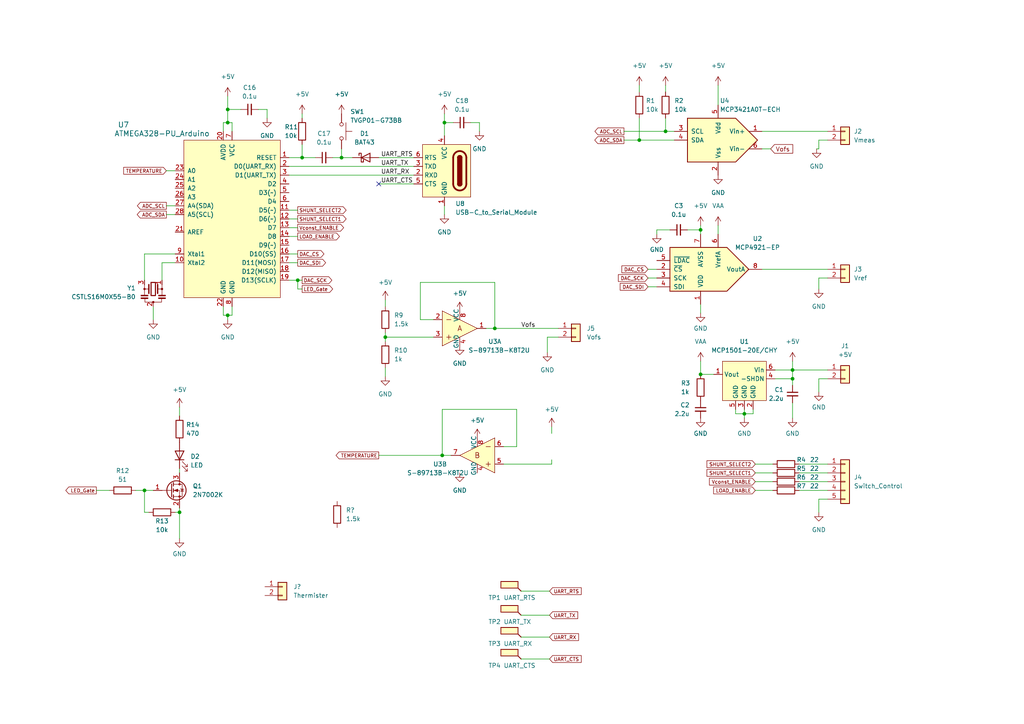
<source format=kicad_sch>
(kicad_sch (version 20250114) (generator "eeschema") (generator_version "9.0")
  (paper "A4")
  (lib_symbols
    (symbol "Akizuki_MicrocontrollerBode:ATMEGA328-PU_Arduino" (pin_names (offset 1.016))
      (property "Reference" "U" (at -12.7 24.13 0))
      (property "Value" "ATMEGA328-PU_Arduino" (at 0 0 90))
      (symbol "ATMEGA328-PU_Arduino_0_1"
        (rectangle (start -15.24 22.86) (end 12.7 -22.86) (fill (type background)))
      )
      (symbol "ATMEGA328-PU_Arduino_1_1"
        (pin bidirectional line (at -17.78 17.78 0) (length 2.54) (name "RESET") (number "1"))
        (pin bidirectional line (at -17.78 15.24 0) (length 2.54) (name "D0(UART_RX)") (number "2"))
        (pin bidirectional line (at -17.78 12.7 0) (length 2.54) (name "D1(UART_TX)") (number "3"))
        (pin bidirectional line (at -17.78 10.16 0) (length 2.54) (name "D2") (number "4"))
        (pin bidirectional line (at -17.78 7.62 0) (length 2.54) (name "D3(~)") (number "5"))
        (pin bidirectional line (at -17.78 5.08 0) (length 2.54) (name "D4") (number "6"))
        (pin bidirectional line (at -17.78 2.54 0) (length 2.54) (name "D5(~)") (number "11"))
        (pin bidirectional line (at -17.78 0 0) (length 2.54) (name "D6(~)") (number "12"))
        (pin bidirectional line (at -17.78 -2.54 0) (length 2.54) (name "D7") (number "13"))
        (pin bidirectional line (at -17.78 -5.08 0) (length 2.54) (name "D8") (number "14"))
        (pin bidirectional line (at -17.78 -7.62 0) (length 2.54) (name "D9(~)") (number "15"))
        (pin bidirectional line (at -17.78 -10.16 0) (length 2.54) (name "D10(SS)") (number "16"))
        (pin bidirectional line (at -17.78 -12.7 0) (length 2.54) (name "D11(MOSI)") (number "17"))
        (pin bidirectional line (at -17.78 -15.24 0) (length 2.54) (name "D12(MISO)") (number "18"))
        (pin bidirectional line (at -17.78 -17.78 0) (length 2.54) (name "D13(SCLK)") (number "19"))
        (pin power_in line (at -1.27 25.4 270) (length 2.54) (name "VCC") (number "7"))
        (pin power_in line (at -1.27 -25.4 90) (length 2.54) (name "GND") (number "8"))
        (pin power_in line (at 1.27 25.4 270) (length 2.54) (name "AVDD") (number "20"))
        (pin power_in line (at 1.27 -25.4 90) (length 2.54) (name "GND") (number "22"))
        (pin bidirectional line (at 15.24 13.97 180) (length 2.54) (name "A0") (number "23"))
        (pin bidirectional line (at 15.24 11.43 180) (length 2.54) (name "A1") (number "24"))
        (pin bidirectional line (at 15.24 8.89 180) (length 2.54) (name "A2") (number "25"))
        (pin bidirectional line (at 15.24 6.35 180) (length 2.54) (name "A3") (number "26"))
        (pin bidirectional line (at 15.24 3.81 180) (length 2.54) (name "A4(SDA)") (number "27"))
        (pin bidirectional line (at 15.24 1.27 180) (length 2.54) (name "A5(SCL)") (number "28"))
        (pin input line (at 15.24 -3.81 180) (length 2.54) (name "AREF") (number "21"))
        (pin bidirectional line (at 15.24 -10.16 180) (length 2.54) (name "Xtal1") (number "9"))
        (pin bidirectional line (at 15.24 -12.7 180) (length 2.54) (name "Xtal2") (number "10"))
      )
    )
    (symbol "Akizuki_Modules:USB-C_to_Serial_Module"
      (property "Reference" "U8" (at 1.905 -9.525 0))
      (property "Value" "USB-C_to_Serial_Module" (at 1.905 -12.065 0))
      (symbol "USB-C_to_Serial_Module_0_0"
        (pin bidirectional line (at -10.16 3.81 0) (length 2.54) (name "RTS") (number "6"))
        (pin output line (at -10.16 1.27 0) (length 2.54) (name "TXD") (number "3"))
        (pin input line (at -10.16 -1.27 0) (length 2.54) (name "RXD") (number "2"))
        (pin bidirectional line (at -10.16 -3.81 0) (length 2.54) (name "CTS") (number "5"))
        (pin power_in line (at -1.27 10.16 270) (length 2.54) (name "VCC") (number "4"))
        (pin power_out line (at -1.27 -10.16 90) (length 2.54) (name "GND") (number "1"))
      )
      (symbol "USB-C_to_Serial_Module_0_1"
        (rectangle (start -7.62 7.62) (end 6.35 -7.62) (fill (type background)))
        (polyline (pts (xy 1.27 3.81) (xy 1.27 -3.81)) (stroke (width 0.508)))
        (rectangle (start 2.54 3.81) (end 3.81 -3.81) (stroke (width 0.254)) (fill (type outline)))
        (arc (start 2.54 3.81) (mid 3.175 4.4422) (end 3.81 3.81) (stroke (width 0.254)))
        (arc (start 2.54 3.81) (mid 3.175 4.4422) (end 3.81 3.81) (stroke (width 0.254)) (fill (type outline)))
        (arc (start 1.27 3.81) (mid 3.175 5.7066) (end 5.08 3.81) (stroke (width 0.508)))
        (arc (start 5.08 -3.81) (mid 3.175 -5.7066) (end 1.27 -3.81) (stroke (width 0.508)))
        (arc (start 3.81 -3.81) (mid 3.175 -4.4422) (end 2.54 -3.81) (stroke (width 0.254)))
        (arc (start 3.81 -3.81) (mid 3.175 -4.4422) (end 2.54 -3.81) (stroke (width 0.254)) (fill (type outline)))
        (polyline (pts (xy 5.08 -3.81) (xy 5.08 3.81)) (stroke (width 0.508)))
      )
      (symbol "USB-C_to_Serial_Module_1_1"
        (pin no_connect line (at 3.81 10.16 270) (length 2.54) (hide yes) (name "NC") (number "9"))
        (pin no_connect line (at 3.81 -10.16 90) (length 2.54) (hide yes) (name "NC") (number "8"))
        (pin no_connect line (at 5.08 10.16 270) (length 2.54) (hide yes) (name "NC") (number "10"))
        (pin no_connect line (at 5.08 -10.16 90) (length 2.54) (hide yes) (name "NC") (number "7"))
      )
    )
    (symbol "Akizuki_PowerIC_Linear:Shunt_ConstV_6p"
      (property "Reference" "U" (at 0 8.89 0))
      (property "Value" "Shunt_ConstV_6p" (at 0 6.35 0))
      (symbol "Shunt_ConstV_6p_0_1"
        (rectangle (start -6.35 5.08) (end 6.35 -6.35) (fill (type background)))
      )
      (symbol "Shunt_ConstV_6p_1_1"
        (pin power_in line (at -8.89 2.54 0) (length 2.54) (name "Vin") (number "6"))
        (pin passive line (at -8.89 0 0) (length 2.54) (name "-SHDN") (number "4"))
        (pin power_in line (at -2.54 -8.89 90) (length 2.54) (name "GND") (number "2"))
        (pin power_in line (at 0 -8.89 90) (length 2.54) (name "GND") (number "3"))
        (pin power_in line (at 2.54 -8.89 90) (length 2.54) (name "GND") (number "5"))
        (pin power_out line (at 8.89 1.27 180) (length 2.54) (name "Vout") (number "1"))
      )
    )
    (symbol "Analog_ADC:MCP3421A0T-ECH" (pin_names (offset 1.016))
      (property "Reference" "U" (at -10.16 7.62 0))
      (property "Value" "MCP3421A0T-ECH" (at 2.54 7.62 0))
      (symbol "MCP3421A0T-ECH_0_1"
        (polyline (pts (xy -5.08 6.35) (xy 8.89 6.35) (xy 8.89 0) (xy 8.89 -6.35) (xy -5.08 -6.35) (xy -11.43 0) (xy -5.08 6.35)) (stroke (width 0.254)) (fill (type background)))
      )
      (symbol "MCP3421A0T-ECH_1_1"
        (pin passive line (at -12.7 2.54 0) (length 3.81) (name "Vin+") (number "1"))
        (pin passive line (at -12.7 -2.54 0) (length 3.81) (name "Vin-") (number "6"))
        (pin power_in line (at 0 10.16 270) (length 3.81) (name "Vdd") (number "5"))
        (pin power_in line (at 0 -10.16 90) (length 3.81) (name "Vss") (number "2"))
        (pin input line (at 12.7 2.54 180) (length 3.81) (name "SCL") (number "3"))
        (pin bidirectional line (at 12.7 0 180) (length 3.81) (name "SDA") (number "4"))
      )
    )
    (symbol "Analog_DAC:MCP4921-EP" (pin_names (offset 1.016))
      (property "Reference" "U" (at -11.43 7.62 0))
      (property "Value" "MCP4921-EP" (at 0 7.62 0))
      (symbol "MCP4921-EP_0_1"
        (polyline (pts (xy -11.43 6.35) (xy 5.08 6.35) (xy 11.43 0) (xy 5.08 -6.35) (xy -11.43 -6.35) (xy -11.43 6.35)) (stroke (width 0.254)) (fill (type background)))
      )
      (symbol "MCP4921-EP_1_1"
        (pin input line (at -15.24 5.08 0) (length 3.81) (name "SDI") (number "4"))
        (pin input line (at -15.24 2.54 0) (length 3.81) (name "SCK") (number "3"))
        (pin input line (at -15.24 0 0) (length 3.81) (name "~{CS}") (number "2"))
        (pin input line (at -15.24 -2.54 0) (length 3.81) (name "~{LDAC}") (number "5"))
        (pin power_in line (at -2.54 10.16 270) (length 3.81) (name "VDD") (number "1"))
        (pin power_in line (at -2.54 -10.16 90) (length 3.81) (name "AVSS") (number "7"))
        (pin passive line (at 2.54 -10.16 90) (length 3.81) (name "VrefA") (number "6"))
        (pin passive line (at 15.24 0 180) (length 3.81) (name "VoutA") (number "8"))
      )
    )
    (symbol "Connector:TestPoint_Flag" (pin_numbers (hide yes)) (pin_names (offset 0.762) (hide yes))
      (property "Reference" "TP" (at 3.429 1.778 0))
      (property "Value" "TestPoint_Flag" (at 3.302 4.191 0))
      (symbol "TestPoint_Flag_0_1"
        (polyline (pts (xy 0 0) (xy 0.889 0.889)) (stroke (width 0.254)))
        (rectangle (start 0.889 2.794) (end 5.842 0.889) (stroke (width 0.254)) (fill (type background)))
      )
      (symbol "TestPoint_Flag_1_1"
        (pin passive line (at 0 0 90) (length 0) (name "1") (number "1"))
      )
    )
    (symbol "Connector_Generic:Conn_01x02" (pin_names (offset 1.016) (hide yes))
      (property "Reference" "J" (at 0 2.54 0))
      (property "Value" "Conn_01x02" (at 0 -5.08 0))
      (symbol "Conn_01x02_1_1"
        (rectangle (start -1.27 1.27) (end 1.27 -3.81) (stroke (width 0.254)) (fill (type background)))
        (rectangle (start -1.27 0.127) (end 0 -0.127) (stroke (width 0.1524)))
        (rectangle (start -1.27 -2.413) (end 0 -2.667) (stroke (width 0.1524)))
        (pin passive line (at -5.08 0 0) (length 3.81) (name "Pin_1") (number "1"))
        (pin passive line (at -5.08 -2.54 0) (length 3.81) (name "Pin_2") (number "2"))
      )
    )
    (symbol "Connector_Generic:Conn_01x05" (pin_names (offset 1.016) (hide yes))
      (property "Reference" "J" (at 0 7.62 0))
      (property "Value" "Conn_01x05" (at 0 -7.62 0))
      (symbol "Conn_01x05_1_1"
        (rectangle (start -1.27 6.35) (end 1.27 -6.35) (stroke (width 0.254)) (fill (type background)))
        (rectangle (start -1.27 5.207) (end 0 4.953) (stroke (width 0.1524)))
        (rectangle (start -1.27 2.667) (end 0 2.413) (stroke (width 0.1524)))
        (rectangle (start -1.27 0.127) (end 0 -0.127) (stroke (width 0.1524)))
        (rectangle (start -1.27 -2.413) (end 0 -2.667) (stroke (width 0.1524)))
        (rectangle (start -1.27 -4.953) (end 0 -5.207) (stroke (width 0.1524)))
        (pin passive line (at -5.08 5.08 0) (length 3.81) (name "Pin_1") (number "1"))
        (pin passive line (at -5.08 2.54 0) (length 3.81) (name "Pin_2") (number "2"))
        (pin passive line (at -5.08 0 0) (length 3.81) (name "Pin_3") (number "3"))
        (pin passive line (at -5.08 -2.54 0) (length 3.81) (name "Pin_4") (number "4"))
        (pin passive line (at -5.08 -5.08 0) (length 3.81) (name "Pin_5") (number "5"))
      )
    )
    (symbol "Device:C_Small" (pin_numbers (hide yes)) (pin_names (offset 0.254) (hide yes))
      (property "Reference" "C" (at 0.254 1.778 0))
      (property "Value" "C_Small" (at 0.254 -2.032 0))
      (symbol "C_Small_0_1"
        (polyline (pts (xy -1.524 0.508) (xy 1.524 0.508)) (stroke (width 0.3048)))
        (polyline (pts (xy -1.524 -0.508) (xy 1.524 -0.508)) (stroke (width 0.3302)))
      )
      (symbol "C_Small_1_1"
        (pin passive line (at 0 2.54 270) (length 2.032) (name "~") (number "1"))
        (pin passive line (at 0 -2.54 90) (length 2.032) (name "~") (number "2"))
      )
    )
    (symbol "Device:D_Schottky" (pin_numbers (hide yes)) (pin_names (offset 1.016) (hide yes))
      (property "Reference" "D" (at 0 2.54 0))
      (property "Value" "D_Schottky" (at 0 -2.54 0))
      (symbol "D_Schottky_0_1"
        (polyline (pts (xy -1.905 0.635) (xy -1.905 1.27) (xy -1.27 1.27) (xy -1.27 -1.27) (xy -0.635 -1.27) (xy -0.635 -0.635)) (stroke (width 0.254)))
        (polyline (pts (xy 1.27 1.27) (xy 1.27 -1.27) (xy -1.27 0) (xy 1.27 1.27)) (stroke (width 0.254)))
        (polyline (pts (xy 1.27 0) (xy -1.27 0)))
      )
      (symbol "D_Schottky_1_1"
        (pin passive line (at -3.81 0 0) (length 2.54) (name "K") (number "1"))
        (pin passive line (at 3.81 0 180) (length 2.54) (name "A") (number "2"))
      )
    )
    (symbol "Device:LED" (pin_numbers (hide yes)) (pin_names (offset 1.016) (hide yes))
      (property "Reference" "D" (at 0 2.54 0))
      (property "Value" "LED" (at 0 -2.54 0))
      (symbol "LED_0_1"
        (polyline (pts (xy -3.048 -0.762) (xy -4.572 -2.286) (xy -3.81 -2.286) (xy -4.572 -2.286) (xy -4.572 -1.524)))
        (polyline (pts (xy -1.778 -0.762) (xy -3.302 -2.286) (xy -2.54 -2.286) (xy -3.302 -2.286) (xy -3.302 -1.524)))
        (polyline (pts (xy -1.27 0) (xy 1.27 0)))
        (polyline (pts (xy -1.27 -1.27) (xy -1.27 1.27)) (stroke (width 0.254)))
        (polyline (pts (xy 1.27 -1.27) (xy 1.27 1.27) (xy -1.27 0) (xy 1.27 -1.27)) (stroke (width 0.254)))
      )
      (symbol "LED_1_1"
        (pin passive line (at -3.81 0 0) (length 2.54) (name "K") (number "1"))
        (pin passive line (at 3.81 0 180) (length 2.54) (name "A") (number "2"))
      )
    )
    (symbol "Device:R" (pin_numbers (hide yes)) (pin_names (offset 0))
      (property "Reference" "R" (at 2.032 0 90))
      (property "Value" "R" (at 0 0 90))
      (symbol "R_0_1"
        (rectangle (start -1.016 -2.54) (end 1.016 2.54) (stroke (width 0.254)))
      )
      (symbol "R_1_1"
        (pin passive line (at 0 3.81 270) (length 1.27) (name "~") (number "1"))
        (pin passive line (at 0 -3.81 90) (length 1.27) (name "~") (number "2"))
      )
    )
    (symbol "Device:Resonator_Small" (pin_names (offset 1.016) (hide yes))
      (property "Reference" "Y" (at 3.175 1.905 0))
      (property "Value" "Resonator_Small" (at 3.175 0 0))
      (symbol "Resonator_Small_0_1"
        (rectangle (start -3.556 -1.778) (end -1.524 -2.032) (fill (type outline)))
        (rectangle (start -3.556 -2.54) (end -1.524 -2.794) (fill (type outline)))
        (polyline (pts (xy -2.54 1.27) (xy -2.54 0)))
        (circle (center -2.54 0) (radius 0.254) (fill (type outline)))
        (polyline (pts (xy -2.54 0) (xy -1.397 0)))
        (polyline (pts (xy -2.54 -1.778) (xy -2.54 0)))
        (polyline (pts (xy -1.27 -1.27) (xy -1.27 1.27)) (stroke (width 0.381)))
        (rectangle (start -0.635 1.905) (end 0.635 -1.905) (stroke (width 0.3048)))
        (circle (center 0 -3.81) (radius 0.254) (fill (type outline)))
        (polyline (pts (xy 1.27 0) (xy 2.54 0)))
        (polyline (pts (xy 1.27 -1.27) (xy 1.27 1.27)) (stroke (width 0.381)))
        (rectangle (start 1.524 -1.778) (end 3.556 -2.032) (fill (type outline)))
        (rectangle (start 1.524 -2.54) (end 3.556 -2.794) (fill (type outline)))
        (polyline (pts (xy 2.413 -2.794) (xy 2.413 -3.81) (xy -2.413 -3.81) (xy -2.413 -2.667)))
        (polyline (pts (xy 2.54 1.27) (xy 2.54 0)))
        (polyline (pts (xy 2.54 0) (xy 2.54 -1.778)))
        (circle (center 2.54 0) (radius 0.254) (fill (type outline)))
      )
      (symbol "Resonator_Small_1_1"
        (pin passive line (at -2.54 2.54 270) (length 1.27) (name "1") (number "1"))
        (pin passive line (at 0 -5.08 90) (length 1.27) (name "2") (number "2"))
        (pin passive line (at 2.54 2.54 270) (length 1.27) (name "3") (number "3"))
      )
    )
    (symbol "Switch:SW_Push" (pin_numbers (hide yes)) (pin_names (offset 1.016) (hide yes))
      (property "Reference" "SW" (at 1.27 2.54 0))
      (property "Value" "SW_Push" (at 0 -1.524 0))
      (symbol "SW_Push_0_1"
        (circle (center -2.032 0) (radius 0.508))
        (polyline (pts (xy 0 1.27) (xy 0 3.048)))
        (circle (center 2.032 0) (radius 0.508))
        (polyline (pts (xy 2.54 1.27) (xy -2.54 1.27)))
        (pin passive line (at -5.08 0 0) (length 2.54) (name "1") (number "1"))
        (pin passive line (at 5.08 0 180) (length 2.54) (name "2") (number "2"))
      )
    )
    (symbol "Transistor_FET:2N7002K" (pin_names (hide yes))
      (property "Reference" "Q" (at 5.08 1.905 0))
      (property "Value" "2N7002K" (at 5.08 0 0))
      (symbol "2N7002K_0_1"
        (polyline (pts (xy 0.254 1.905) (xy 0.254 -1.905)) (stroke (width 0.254)))
        (polyline (pts (xy 0.254 0) (xy -2.54 0)))
        (polyline (pts (xy 0.762 2.286) (xy 0.762 1.27)) (stroke (width 0.254)))
        (polyline (pts (xy 0.762 0.508) (xy 0.762 -0.508)) (stroke (width 0.254)))
        (polyline (pts (xy 0.762 -1.27) (xy 0.762 -2.286)) (stroke (width 0.254)))
        (polyline (pts (xy 0.762 -1.778) (xy 3.302 -1.778) (xy 3.302 1.778) (xy 0.762 1.778)))
        (polyline (pts (xy 1.016 0) (xy 2.032 0.381) (xy 2.032 -0.381) (xy 1.016 0)) (fill (type outline)))
        (circle (center 1.651 0) (radius 2.794) (stroke (width 0.254)))
        (polyline (pts (xy 2.54 2.54) (xy 2.54 1.778)))
        (circle (center 2.54 1.778) (radius 0.254) (fill (type outline)))
        (circle (center 2.54 -1.778) (radius 0.254) (fill (type outline)))
        (polyline (pts (xy 2.54 -2.54) (xy 2.54 0) (xy 0.762 0)))
        (polyline (pts (xy 2.794 0.508) (xy 2.921 0.381) (xy 3.683 0.381) (xy 3.81 0.254)))
        (polyline (pts (xy 3.302 0.381) (xy 2.921 -0.254) (xy 3.683 -0.254) (xy 3.302 0.381)))
      )
      (symbol "2N7002K_1_1"
        (pin input line (at -5.08 0 0) (length 2.54) (name "G") (number "1"))
        (pin passive line (at 2.54 5.08 270) (length 2.54) (name "D") (number "3"))
        (pin passive line (at 2.54 -5.08 90) (length 2.54) (name "S") (number "2"))
      )
    )
    (symbol "dk_Linear-Amplifiers-Instrumentation-OP-Amps-Buffer-Amps:LM358N_Obsolete" (pin_names (offset 0))
      (property "Reference" "U" (at -7.62 7.62 0))
      (property "Value" "LM358N_Obsolete" (at 2.54 -5.08 0))
      (symbol "LM358N_Obsolete_0_1"
        (polyline (pts (xy -3.81 2.54) (xy -2.54 2.54)))
        (polyline (pts (xy -3.81 -2.54) (xy -2.54 -2.54)))
        (polyline (pts (xy -3.175 -1.905) (xy -3.175 -3.175)))
        (polyline (pts (xy 5.08 0) (xy -5.08 5.08) (xy -5.08 -5.08) (xy 5.08 0)) (fill (type background)))
      )
      (symbol "LM358N_Obsolete_1_0"
        (text "A" (at 0 0 0) (effects (font (size 1.524 1.524))))
      )
      (symbol "LM358N_Obsolete_1_1"
        (pin input line (at -7.62 2.54 0) (length 2.54) (name "~") (number "2"))
        (pin input line (at -7.62 -2.54 0) (length 2.54) (name "~") (number "3"))
        (pin power_in line (at 0 5.08 270) (length 2.54) (name "VCC") (number "8"))
        (pin power_in line (at 0 -5.08 90) (length 2.54) (name "GND") (number "4"))
        (pin output line (at 7.62 0 180) (length 2.54) (name "~") (number "1"))
      )
      (symbol "LM358N_Obsolete_2_0"
        (text "B" (at 0 0 0) (effects (font (size 1.524 1.524))))
      )
      (symbol "LM358N_Obsolete_2_1"
        (pin input line (at -7.62 2.54 0) (length 2.54) (name "~") (number "6"))
        (pin input line (at -7.62 -2.54 0) (length 2.54) (name "~") (number "5"))
        (pin power_in line (at 0 5.08 270) (length 2.54) (name "VCC") (number "8"))
        (pin power_in line (at 0 -5.08 90) (length 2.54) (name "GND") (number "4"))
        (pin output line (at 7.62 0 180) (length 2.54) (name "~") (number "7"))
      )
    )
    (symbol "power:+5V" (power) (pin_names (offset 0))
      (property "Value" "+5V" (at 0 3.556 0))
      (symbol "+5V_0_1"
        (polyline (pts (xy -0.762 1.27) (xy 0 2.54)))
        (polyline (pts (xy 0 2.54) (xy 0.762 1.27)))
        (polyline (pts (xy 0 0) (xy 0 2.54)))
      )
      (symbol "+5V_1_1"
        (pin power_in line (at 0 0 90) (length 0) (hide yes) (name "+5V") (number "1"))
      )
    )
    (symbol "power:GND" (power) (pin_names (offset 0))
      (property "Value" "GND" (at 0 -3.81 0))
      (symbol "GND_0_1"
        (polyline (pts (xy 0 0) (xy 0 -1.27) (xy 1.27 -1.27) (xy 0 -2.54) (xy -1.27 -1.27) (xy 0 -1.27)))
      )
      (symbol "GND_1_1"
        (pin power_in line (at 0 0 270) (length 0) (hide yes) (name "GND") (number "1"))
      )
    )
    (symbol "power:VAA" (power) (pin_names (offset 0))
      (property "Value" "VAA" (at 0 3.81 0))
      (symbol "VAA_0_1"
        (polyline (pts (xy -0.762 1.27) (xy 0 2.54)))
        (polyline (pts (xy 0 2.54) (xy 0.762 1.27)))
        (polyline (pts (xy 0 0) (xy 0 2.54)))
      )
      (symbol "VAA_1_1"
        (pin power_in line (at 0 0 90) (length 0) (hide yes) (name "VAA") (number "1"))
      )
    )
  )
  (junction (at 99.06 45.72))
  (junction (at 229.87 109.855))
  (junction (at 229.87 107.315))
  (junction (at 66.04 35.56))
  (junction (at 185.42 40.64))
  (junction (at 128.27 132.08))
  (junction (at 87.63 45.72))
  (junction (at 203.2 108.585))
  (junction (at 143.51 95.25))
  (junction (at 86.36 81.28))
  (junction (at 111.76 97.79))
  (junction (at 128.905 35.56))
  (junction (at 66.04 31.75))
  (junction (at 215.9 120.015))
  (junction (at 52.07 148.59))
  (junction (at 193.04 38.1))
  (junction (at 41.91 142.24))
  (junction (at 203.2 66.675))
  (junction (at 66.04 91.44))
  (no_connect (at 109.855 53.34))
  (wire (pts (xy 125.73 97.79) (xy 111.76 97.79)))
  (wire (pts (xy 240.03 107.315) (xy 229.87 107.315)))
  (wire (pts (xy 41.91 142.24) (xy 41.91 148.59)))
  (wire (pts (xy 139.065 35.56) (xy 139.065 38.1)))
  (wire (pts (xy 86.36 73.66) (xy 83.82 73.66)))
  (wire (pts (xy 44.45 88.9) (xy 44.45 92.71)))
  (wire (pts (xy 39.37 142.24) (xy 41.91 142.24)))
  (wire (pts (xy 66.04 31.75) (xy 66.04 35.56)))
  (wire (pts (xy 64.77 35.56) (xy 64.77 38.1)))
  (wire (pts (xy 158.75 97.79) (xy 158.75 102.235)))
  (wire (pts (xy 143.51 95.25) (xy 140.97 95.25)))
  (wire (pts (xy 83.82 45.72) (xy 87.63 45.72)))
  (wire (pts (xy 215.9 118.745) (xy 215.9 120.015)))
  (wire (pts (xy 83.82 48.26) (xy 120.015 48.26)))
  (wire (pts (xy 46.99 81.28) (xy 46.99 76.2)))
  (wire (pts (xy 50.8 148.59) (xy 52.07 148.59)))
  (wire (pts (xy 48.26 62.23) (xy 50.8 62.23)))
  (wire (pts (xy 213.36 120.015) (xy 213.36 118.745)))
  (wire (pts (xy 128.905 35.56) (xy 131.445 35.56)))
  (wire (pts (xy 64.77 88.9) (xy 64.77 91.44)))
  (wire (pts (xy 185.42 34.29) (xy 185.42 40.64)))
  (wire (pts (xy 83.82 60.96) (xy 86.36 60.96)))
  (wire (pts (xy 187.96 80.645) (xy 190.5 80.645)))
  (wire (pts (xy 220.98 78.105) (xy 240.03 78.105)))
  (wire (pts (xy 52.07 147.32) (xy 52.07 148.59)))
  (wire (pts (xy 66.04 31.75) (xy 69.85 31.75)))
  (wire (pts (xy 83.82 66.04) (xy 86.36 66.04)))
  (wire (pts (xy 86.36 81.28) (xy 86.36 83.82)))
  (wire (pts (xy 48.26 49.53) (xy 50.8 49.53)))
  (wire (pts (xy 160.02 123.825) (xy 160.02 125.73)))
  (wire (pts (xy 96.52 45.72) (xy 99.06 45.72)))
  (wire (pts (xy 125.73 92.71) (xy 121.92 92.71)))
  (wire (pts (xy 111.76 97.79) (xy 111.76 99.06)))
  (wire (pts (xy 160.02 134.62) (xy 146.05 134.62)))
  (wire (pts (xy 41.91 73.66) (xy 41.91 81.28)))
  (wire (pts (xy 203.2 104.775) (xy 203.2 108.585)))
  (wire (pts (xy 193.04 24.765) (xy 193.04 26.67)))
  (wire (pts (xy 180.975 38.1) (xy 193.04 38.1)))
  (wire (pts (xy 109.855 45.72) (xy 120.015 45.72)))
  (wire (pts (xy 41.91 142.24) (xy 44.45 142.24)))
  (wire (pts (xy 43.18 148.59) (xy 41.91 148.59)))
  (wire (pts (xy 111.76 106.68) (xy 111.76 109.22)))
  (wire (pts (xy 185.42 40.64) (xy 195.58 40.64)))
  (wire (pts (xy 67.31 91.44) (xy 66.04 91.44)))
  (wire (pts (xy 121.92 81.915) (xy 143.51 81.915)))
  (wire (pts (xy 220.98 43.18) (xy 223.52 43.18)))
  (wire (pts (xy 199.39 66.675) (xy 203.2 66.675)))
  (wire (pts (xy 203.2 88.265) (xy 203.2 90.805)))
  (wire (pts (xy 121.92 92.71) (xy 121.92 81.915)))
  (wire (pts (xy 128.905 33.02) (xy 128.905 35.56)))
  (wire (pts (xy 143.51 81.915) (xy 143.51 95.25)))
  (wire (pts (xy 87.63 45.72) (xy 91.44 45.72)))
  (wire (pts (xy 128.905 59.69) (xy 128.905 62.23)))
  (wire (pts (xy 237.49 43.18) (xy 236.855 43.18)))
  (wire (pts (xy 52.07 118.11) (xy 52.07 120.65)))
  (wire (pts (xy 149.86 118.745) (xy 128.27 118.745)))
  (wire (pts (xy 146.05 129.54) (xy 149.86 129.54)))
  (wire (pts (xy 66.04 35.56) (xy 67.31 35.56)))
  (wire (pts (xy 185.42 24.765) (xy 185.42 26.67)))
  (wire (pts (xy 136.525 35.56) (xy 139.065 35.56)))
  (wire (pts (xy 128.27 132.08) (xy 130.81 132.08)))
  (wire (pts (xy 87.63 41.91) (xy 87.63 45.72)))
  (wire (pts (xy 194.31 66.675) (xy 190.5 66.675)))
  (wire (pts (xy 87.63 81.28) (xy 86.36 81.28)))
  (wire (pts (xy 151.13 178.435) (xy 159.385 178.435)))
  (wire (pts (xy 218.44 118.745) (xy 218.44 120.015)))
  (wire (pts (xy 151.13 184.785) (xy 159.385 184.785)))
  (wire (pts (xy 99.06 43.18) (xy 99.06 45.72)))
  (wire (pts (xy 193.04 34.29) (xy 193.04 38.1)))
  (wire (pts (xy 52.07 148.59) (xy 52.07 156.21)))
  (wire (pts (xy 66.04 27.94) (xy 66.04 31.75)))
  (wire (pts (xy 83.82 68.58) (xy 86.36 68.58)))
  (wire (pts (xy 27.94 142.24) (xy 31.75 142.24)))
  (wire (pts (xy 240.03 134.62) (xy 231.775 134.62)))
  (wire (pts (xy 224.155 134.62) (xy 219.075 134.62)))
  (wire (pts (xy 229.87 104.775) (xy 229.87 107.315)))
  (wire (pts (xy 128.27 118.745) (xy 128.27 132.08)))
  (wire (pts (xy 52.07 135.89) (xy 52.07 137.16)))
  (wire (pts (xy 224.155 142.24) (xy 219.075 142.24)))
  (wire (pts (xy 240.03 40.64) (xy 237.49 40.64)))
  (wire (pts (xy 220.98 38.1) (xy 240.03 38.1)))
  (wire (pts (xy 66.04 91.44) (xy 66.04 92.71)))
  (wire (pts (xy 87.63 33.02) (xy 87.63 34.29)))
  (wire (pts (xy 66.04 35.56) (xy 64.77 35.56)))
  (wire (pts (xy 180.975 40.64) (xy 185.42 40.64)))
  (wire (pts (xy 149.86 129.54) (xy 149.86 118.745)))
  (wire (pts (xy 237.49 144.78) (xy 237.49 148.59)))
  (wire (pts (xy 224.155 137.16) (xy 219.075 137.16)))
  (wire (pts (xy 193.04 38.1) (xy 195.58 38.1)))
  (wire (pts (xy 83.82 81.28) (xy 86.36 81.28)))
  (wire (pts (xy 74.93 31.75) (xy 77.47 31.75)))
  (wire (pts (xy 203.2 65.405) (xy 203.2 66.675)))
  (wire (pts (xy 86.36 76.2) (xy 83.82 76.2)))
  (wire (pts (xy 187.96 78.105) (xy 190.5 78.105)))
  (wire (pts (xy 224.155 139.7) (xy 219.075 139.7)))
  (wire (pts (xy 50.8 73.66) (xy 41.91 73.66)))
  (wire (pts (xy 208.28 65.405) (xy 208.28 67.945)))
  (wire (pts (xy 215.9 120.015) (xy 213.36 120.015)))
  (wire (pts (xy 161.925 97.79) (xy 158.75 97.79)))
  (wire (pts (xy 111.76 86.995) (xy 111.76 88.9)))
  (wire (pts (xy 208.28 24.765) (xy 208.28 30.48)))
  (wire (pts (xy 207.01 108.585) (xy 203.2 108.585)))
  (wire (pts (xy 109.855 53.34) (xy 120.015 53.34)))
  (wire (pts (xy 83.82 63.5) (xy 86.36 63.5)))
  (wire (pts (xy 240.03 144.78) (xy 237.49 144.78)))
  (wire (pts (xy 143.51 95.25) (xy 161.925 95.25)))
  (wire (pts (xy 67.31 88.9) (xy 67.31 91.44)))
  (wire (pts (xy 77.47 31.75) (xy 77.47 34.29)))
  (wire (pts (xy 151.13 171.45) (xy 159.385 171.45)))
  (wire (pts (xy 160.02 133.35) (xy 160.02 134.62)))
  (wire (pts (xy 237.49 80.645) (xy 237.49 83.82)))
  (wire (pts (xy 237.49 40.64) (xy 237.49 43.18)))
  (wire (pts (xy 111.76 97.79) (xy 111.76 96.52)))
  (wire (pts (xy 151.13 191.135) (xy 159.385 191.135)))
  (wire (pts (xy 128.27 132.08) (xy 109.855 132.08)))
  (wire (pts (xy 187.96 83.185) (xy 190.5 83.185)))
  (wire (pts (xy 229.87 116.84) (xy 229.87 121.285)))
  (wire (pts (xy 67.31 35.56) (xy 67.31 38.1)))
  (wire (pts (xy 48.26 59.69) (xy 50.8 59.69)))
  (wire (pts (xy 190.5 66.675) (xy 190.5 67.945)))
  (wire (pts (xy 240.03 80.645) (xy 237.49 80.645)))
  (wire (pts (xy 229.87 107.315) (xy 224.79 107.315)))
  (wire (pts (xy 83.82 50.8) (xy 120.015 50.8)))
  (wire (pts (xy 237.49 109.855) (xy 237.49 113.665)))
  (wire (pts (xy 99.06 45.72) (xy 102.235 45.72)))
  (wire (pts (xy 240.03 109.855) (xy 237.49 109.855)))
  (wire (pts (xy 64.77 91.44) (xy 66.04 91.44)))
  (wire (pts (xy 240.03 137.16) (xy 231.775 137.16)))
  (wire (pts (xy 240.03 142.24) (xy 231.775 142.24)))
  (wire (pts (xy 86.36 83.82) (xy 87.63 83.82)))
  (wire (pts (xy 229.87 109.855) (xy 224.79 109.855)))
  (wire (pts (xy 229.87 109.855) (xy 229.87 107.315)))
  (wire (pts (xy 128.905 35.56) (xy 128.905 39.37)))
  (wire (pts (xy 46.99 76.2) (xy 50.8 76.2)))
  (wire (pts (xy 229.87 109.855) (xy 229.87 111.76)))
  (wire (pts (xy 203.2 66.675) (xy 203.2 67.945)))
  (wire (pts (xy 215.9 120.015) (xy 215.9 121.285)))
  (wire (pts (xy 240.03 139.7) (xy 231.775 139.7)))
  (wire (pts (xy 218.44 120.015) (xy 215.9 120.015)))
  (label "UART_CTS" (at 110.49 53.34 0))
  (label "UART_TX" (at 110.49 48.26 0))
  (label "UART_RX" (at 110.49 50.8 0))
  (label "UART_RTS" (at 110.49 45.72 0))
  (label "Vofs" (at 151.13 95.25 0))
  (global_label "DAC_SCK" (shape input) (at 187.96 80.645 180) (effects (font (size 1.016 1.016))) (property "Intersheetrefs" "${INTERSHEET_REFS}" (effects (hide yes))))
  (global_label "Vofs" (shape input) (at 223.52 43.18 0) (property "Intersheetrefs" "${INTERSHEET_REFS}" (effects (hide yes))))
  (global_label "TEMPERATURE" (shape input) (at 48.26 49.53 180) (effects (font (size 1.016 1.016))) (property "Intersheetrefs" "${INTERSHEET_REFS}" (effects (hide yes))))
  (global_label "DAC_SDI" (shape input) (at 187.96 83.185 180) (effects (font (size 1.016 1.016))) (property "Intersheetrefs" "${INTERSHEET_REFS}" (effects (hide yes))))
  (global_label "DAC_SCK" (shape output) (at 87.63 81.28 0) (effects (font (size 1.016 1.016))) (property "Intersheetrefs" "${INTERSHEET_REFS}" (effects (hide yes))))
  (global_label "Vconst_ENABLE" (shape output) (at 86.36 66.04 0) (effects (font (size 1.016 1.016))) (property "Intersheetrefs" "${INTERSHEET_REFS}" (effects (hide yes))))
  (global_label "SHUNT_SELECT1" (shape output) (at 86.36 63.5 0) (effects (font (size 1.016 1.016))) (property "Intersheetrefs" "${INTERSHEET_REFS}" (effects (hide yes))))
  (global_label "LOAD_ENABLE" (shape input) (at 219.075 142.24 180) (effects (font (size 1.016 1.016))) (property "Intersheetrefs" "${INTERSHEET_REFS}" (effects (hide yes))))
  (global_label "UART_RTS" (shape input) (at 159.385 171.45 0) (effects (font (size 1.016 1.016))) (property "Intersheetrefs" "${INTERSHEET_REFS}" (effects (hide yes))))
  (global_label "ADC_SCL" (shape output) (at 180.975 38.1 180) (effects (font (size 1.016 1.016))) (property "Intersheetrefs" "${INTERSHEET_REFS}" (effects (hide yes))))
  (global_label "ADC_SDA" (shape output) (at 48.26 62.23 180) (effects (font (size 1.016 1.016))) (property "Intersheetrefs" "${INTERSHEET_REFS}" (effects (hide yes))))
  (global_label "TEMPERATURE" (shape output) (at 109.855 132.08 180) (effects (font (size 1.016 1.016))) (property "Intersheetrefs" "${INTERSHEET_REFS}" (effects (hide yes))))
  (global_label "UART_RX" (shape input) (at 159.385 184.785 0) (effects (font (size 1.016 1.016))) (property "Intersheetrefs" "${INTERSHEET_REFS}" (effects (hide yes))))
  (global_label "SHUNT_SELECT2" (shape output) (at 86.36 60.96 0) (effects (font (size 1.016 1.016))) (property "Intersheetrefs" "${INTERSHEET_REFS}" (effects (hide yes))))
  (global_label "LOAD_ENABLE" (shape output) (at 86.36 68.58 0) (effects (font (size 1.016 1.016))) (property "Intersheetrefs" "${INTERSHEET_REFS}" (effects (hide yes))))
  (global_label "UART_TX" (shape input) (at 159.385 178.435 0) (effects (font (size 1.016 1.016))) (property "Intersheetrefs" "${INTERSHEET_REFS}" (effects (hide yes))))
  (global_label "DAC_CS" (shape output) (at 86.36 73.66 0) (effects (font (size 1.016 1.016))) (property "Intersheetrefs" "${INTERSHEET_REFS}" (effects (hide yes))))
  (global_label "Vconst_ENABLE" (shape input) (at 219.075 139.7 180) (effects (font (size 1.016 1.016))) (property "Intersheetrefs" "${INTERSHEET_REFS}" (effects (hide yes))))
  (global_label "LED_Gate" (shape output) (at 87.63 83.82 0) (effects (font (size 1.016 1.016))) (property "Intersheetrefs" "${INTERSHEET_REFS}" (effects (hide yes))))
  (global_label "SHUNT_SELECT1" (shape input) (at 219.075 137.16 180) (effects (font (size 1.016 1.016))) (property "Intersheetrefs" "${INTERSHEET_REFS}" (effects (hide yes))))
  (global_label "SHUNT_SELECT2" (shape input) (at 219.075 134.62 180) (effects (font (size 1.016 1.016))) (property "Intersheetrefs" "${INTERSHEET_REFS}" (effects (hide yes))))
  (global_label "LED_Gate" (shape output) (at 27.94 142.24 180) (effects (font (size 1.016 1.016))) (property "Intersheetrefs" "${INTERSHEET_REFS}" (effects (hide yes))))
  (global_label "UART_CTS" (shape input) (at 159.385 191.135 0) (effects (font (size 1.016 1.016))) (property "Intersheetrefs" "${INTERSHEET_REFS}" (effects (hide yes))))
  (global_label "DAC_SDI" (shape output) (at 86.36 76.2 0) (effects (font (size 1.016 1.016))) (property "Intersheetrefs" "${INTERSHEET_REFS}" (effects (hide yes))))
  (global_label "ADC_SCL" (shape output) (at 48.26 59.69 180) (effects (font (size 1.016 1.016))) (property "Intersheetrefs" "${INTERSHEET_REFS}" (effects (hide yes))))
  (global_label "DAC_CS" (shape input) (at 187.96 78.105 180) (effects (font (size 1.016 1.016))) (property "Intersheetrefs" "${INTERSHEET_REFS}" (effects (hide yes))))
  (global_label "ADC_SDA" (shape output) (at 180.975 40.64 180) (effects (font (size 1.016 1.016))) (property "Intersheetrefs" "${INTERSHEET_REFS}" (effects (hide yes))))
  (symbol (lib_id "Device:R") (at 87.63 38.1 0) (mirror y) (unit 1)
    (property "Reference" "R11" (at 82.55 36.83 0) (effects (justify right)))
    (property "Value" "10k" (at 82.55 39.37 0) (effects (justify right)))
    (property "Footprint" "Resistor_THT:R_Axial_DIN0207_L6.3mm_D2.5mm_P10.16mm_Horizontal" (effects (hide yes)))
  )
  (symbol (lib_id "Connector_Generic:Conn_01x02") (at 245.11 38.1 0) (unit 1)
    (property "Reference" "J2" (at 247.65 38.0999 0) (effects (justify left)))
    (property "Value" "Vmeas" (at 247.65 40.6399 0) (effects (justify left)))
    (property "Footprint" "Connector_JST:JST_XH_B2B-XH-A_1x02_P2.50mm_Vertical" (effects (hide yes)))
  )
  (symbol (lib_id "Transistor_FET:2N7002K") (at 49.53 142.24 0) (unit 1)
    (property "Reference" "Q1" (at 55.88 140.9699 0) (effects (justify left)))
    (property "Value" "2N7002K" (at 55.88 143.5099 0) (effects (justify left)))
    (property "Footprint" "Package_TO_SOT_SMD:SOT-23" (effects (hide yes)))
    (property "Datasheet" "https://www.diodes.com/assets/Datasheets/ds30896.pdf" (effects (hide yes)))
  )
  (symbol (lib_id "Device:R") (at 227.965 137.16 90) (unit 1)
    (property "Reference" "R5" (at 232.41 135.89 90))
    (property "Value" "22" (at 236.22 135.89 90))
    (property "Footprint" "Resistor_SMD:R_0603_1608Metric" (effects (hide yes)))
  )
  (symbol (lib_id "power:GND") (at 237.49 148.59 0) (unit 1)
    (property "Reference" "#PWR017" (effects (hide yes)))
    (property "Value" "GND" (at 237.49 153.67 0))
  )
  (symbol (lib_id "Device:R") (at 35.56 142.24 90) (unit 1)
    (property "Reference" "R12" (at 35.56 136.525 90))
    (property "Value" "51" (at 35.56 139.065 90))
    (property "Footprint" "Resistor_THT:R_Axial_DIN0207_L6.3mm_D2.5mm_P10.16mm_Horizontal" (effects (hide yes)))
  )
  (symbol (lib_id "power:GND") (at 203.2 90.805 0) (unit 1)
    (property "Reference" "#PWR08" (effects (hide yes)))
    (property "Value" "GND" (at 203.2 95.25 0))
  )
  (symbol (lib_id "Akizuki_Modules:USB-C_to_Serial_Module") (at 130.175 49.53 0) (unit 1)
    (property "Reference" "U8" (at 132.08 59.055 0) (effects (justify left)))
    (property "Value" "USB-C_to_Serial_Module" (at 132.08 61.595 0) (effects (justify left)))
    (property "Footprint" "Akizuki_Module:USB-C_to_Serial_CH340E" (effects (hide yes)))
  )
  (symbol (lib_id "dk_Linear-Amplifiers-Instrumentation-OP-Amps-Buffer-Amps:LM358N_Obsolete") (at 138.43 132.08 0) (mirror y) (unit 2)
    (property "Reference" "U3" (at 127.635 134.62 0))
    (property "Value" "S-89713B-K8T2U" (at 127 137.16 0))
    (property "Footprint" "Package_SO:MSOP-8_3x3mm_P0.65mm" (effects (hide yes)))
    (property "Datasheet" "https://www.onsemi.com/pub/Collateral/LM358A-D.pdf" (effects (hide yes)))
    (property "Digi-Key_PN" "LM358NFS-ND" (effects (hide yes)))
    (property "MPN" "LM358N" (effects (hide yes)))
    (property "Category" "Integrated Circuits (ICs)" (effects (hide yes)))
    (property "Family" "Linear - Amplifiers - Instrumentation, OP Amps, Buffer Amps" (effects (hide yes)))
    (property "DK_Datasheet_Link" "https://www.onsemi.com/pub/Collateral/LM358A-D.pdf" (effects (hide yes)))
    (property "DK_Detail_Page" "/product-detail/en/on-semiconductor/LM358N/LM358NFS-ND/458692" (effects (hide yes)))
    (property "Description" "IC OPAMP GP 2 CIRCUIT 8DIP" (effects (hide yes)))
    (property "Manufacturer" "ON Semiconductor" (effects (hide yes)))
    (property "Status" "Obsolete NonStock" (effects (hide yes)))
  )
  (symbol (lib_id "Connector_Generic:Conn_01x02") (at 81.915 170.18 0) (unit 1)
    (property "Reference" "J?" (at 85.09 170.1799 0) (effects (justify left)))
    (property "Value" "Thermister" (at 85.09 172.7199 0) (effects (justify left)))
    (property "Footprint" "Connector_JST:JST_XH_B2B-XH-A_1x02_P2.50mm_Vertical" (effects (hide yes)))
  )
  (symbol (lib_id "power:GND") (at 139.065 38.1 0) (unit 1)
    (property "Reference" "#PWR052" (effects (hide yes)))
    (property "Value" "GND" (at 139.065 43.18 0))
  )
  (symbol (lib_id "Device:R") (at 203.2 112.395 0) (unit 1)
    (property "Reference" "R3" (at 197.485 111.125 0) (effects (justify left)))
    (property "Value" "1k" (at 197.485 113.665 0) (effects (justify left)))
    (property "Footprint" "Resistor_SMD:R_0603_1608Metric" (effects (hide yes)))
  )
  (symbol (lib_id "Device:R") (at 111.76 92.71 0) (unit 1)
    (property "Reference" "R9" (at 114.3 91.4399 0) (effects (justify left)))
    (property "Value" "1.5k" (at 114.3 93.9799 0) (effects (justify left)))
    (property "Footprint" "Resistor_THT:R_Axial_DIN0207_L6.3mm_D2.5mm_P10.16mm_Horizontal" (effects (hide yes)))
  )
  (symbol (lib_id "power:GND") (at 229.87 121.285 0) (mirror y) (unit 1)
    (property "Reference" "#PWR03" (effects (hide yes)))
    (property "Value" "GND" (at 229.87 125.73 0))
  )
  (symbol (lib_id "Connector:TestPoint_Flag") (at 151.13 178.435 0) (mirror y) (unit 1)
    (property "Reference" "TP2" (at 141.605 180.34 0) (effects (justify right)))
    (property "Value" "UART_TX" (at 146.05 180.34 0) (effects (justify right)))
    (property "Footprint" "TestPoint:TestPoint_Loop_D3.50mm_Drill0.9mm_Beaded" (effects (hide yes)))
  )
  (symbol (lib_id "power:GND") (at 44.45 92.71 0) (unit 1)
    (property "Reference" "#PWR042" (effects (hide yes)))
    (property "Value" "GND" (at 44.45 97.79 0))
  )
  (symbol (lib_id "power:+5V") (at 203.2 65.405 0) (unit 1)
    (property "Reference" "#PWR07" (effects (hide yes)))
    (property "Value" "+5V" (at 203.2 59.69 0))
  )
  (symbol (lib_id "power:+5V") (at 66.04 27.94 0) (unit 1)
    (property "Reference" "#PWR043" (effects (hide yes)))
    (property "Value" "+5V" (at 66.04 22.225 0))
  )
  (symbol (lib_id "power:+5V") (at 52.07 118.11 0) (unit 1)
    (property "Reference" "#PWR049" (effects (hide yes)))
    (property "Value" "+5V" (at 52.07 113.03 0))
  )
  (symbol (lib_id "Device:C_Small") (at 93.98 45.72 90) (unit 1)
    (property "Reference" "C17" (at 93.9863 38.735 90))
    (property "Value" "0.1u" (at 93.9863 41.275 90))
    (property "Footprint" "Capacitor_SMD:C_0603_1608Metric" (effects (hide yes)))
  )
  (symbol (lib_id "Device:R") (at 111.76 102.87 0) (unit 1)
    (property "Reference" "R10" (at 114.3 101.5999 0) (effects (justify left)))
    (property "Value" "1k" (at 114.3 104.1399 0) (effects (justify left)))
    (property "Footprint" "Resistor_THT:R_Axial_DIN0207_L6.3mm_D2.5mm_P10.16mm_Horizontal" (effects (hide yes)))
  )
  (symbol (lib_id "power:GND") (at 158.75 102.235 0) (unit 1)
    (property "Reference" "#PWR026" (effects (hide yes)))
    (property "Value" "GND" (at 158.75 107.315 0))
  )
  (symbol (lib_id "power:GND") (at 190.5 67.945 0) (unit 1)
    (property "Reference" "#PWR011" (effects (hide yes)))
    (property "Value" "GND" (at 190.5 72.39 0))
  )
  (symbol (lib_id "Connector:TestPoint_Flag") (at 151.13 171.45 0) (mirror y) (unit 1)
    (property "Reference" "TP1" (at 141.605 173.355 0) (effects (justify right)))
    (property "Value" "UART_RTS" (at 146.05 173.355 0) (effects (justify right)))
    (property "Footprint" "TestPoint:TestPoint_Loop_D3.50mm_Drill0.9mm_Beaded" (effects (hide yes)))
  )
  (symbol (lib_id "power:+5V") (at 99.06 33.02 0) (unit 1)
    (property "Reference" "#PWR047" (effects (hide yes)))
    (property "Value" "+5V" (at 99.06 27.305 0))
  )
  (symbol (lib_id "power:GND") (at 133.35 137.16 0) (unit 1)
    (property "Reference" "#PWR025" (effects (hide yes)))
    (property "Value" "GND" (at 133.35 142.24 0))
  )
  (symbol (lib_id "power:GND") (at 215.9 121.285 0) (mirror y) (unit 1)
    (property "Reference" "#PWR04" (effects (hide yes)))
    (property "Value" "GND" (at 215.9 125.73 0))
  )
  (symbol (lib_id "Connector_Generic:Conn_01x02") (at 245.11 107.315 0) (unit 1)
    (property "Reference" "J1" (at 245.11 100.33 0))
    (property "Value" "+5V" (at 245.11 102.87 0))
    (property "Footprint" "Connector_JST:JST_XH_B2B-XH-A_1x02_P2.50mm_Vertical" (effects (hide yes)))
  )
  (symbol (lib_id "Device:R") (at 52.07 124.46 0) (unit 1)
    (property "Reference" "R14" (at 53.975 123.1899 0) (effects (justify left)))
    (property "Value" "470" (at 53.975 125.7299 0) (effects (justify left)))
    (property "Footprint" "Resistor_THT:R_Axial_DIN0207_L6.3mm_D2.5mm_P10.16mm_Horizontal" (effects (hide yes)))
  )
  (symbol (lib_id "Connector_Generic:Conn_01x02") (at 167.005 95.25 0) (unit 1)
    (property "Reference" "J5" (at 170.18 95.2499 0) (effects (justify left)))
    (property "Value" "Vofs" (at 170.18 97.7899 0) (effects (justify left)))
    (property "Footprint" "Connector_JST:JST_XH_B2B-XH-A_1x02_P2.50mm_Vertical" (effects (hide yes)))
  )
  (symbol (lib_id "power:+5V") (at 138.43 127 0) (mirror y) (unit 1)
    (property "Reference" "#PWR024" (effects (hide yes)))
    (property "Value" "+5V" (at 138.43 121.92 0))
  )
  (symbol (lib_id "Device:Resonator_Small") (at 44.45 83.82 0) (mirror y) (unit 1)
    (property "Reference" "Y1" (at 39.37 83.5532 0) (effects (justify left)))
    (property "Value" "CSTLS16M0X55-B0" (at 39.37 86.0932 0) (effects (justify left)))
    (property "Footprint" "Crystal:Resonator_Murata_CSTLSxxxG-3Pin_W8.0mm_H3.0mm" (effects (hide yes)))
  )
  (symbol (lib_id "Connector_Generic:Conn_01x05") (at 245.11 139.7 0) (unit 1)
    (property "Reference" "J4" (at 247.65 138.4299 0) (effects (justify left)))
    (property "Value" "Switch_Control" (at 247.65 140.9699 0) (effects (justify left)))
    (property "Footprint" "Connector_JST:JST_XH_B5B-XH-A_1x05_P2.50mm_Vertical" (effects (hide yes)))
  )
  (symbol (lib_id "power:GND") (at 128.905 62.23 0) (unit 1)
    (property "Reference" "#PWR051" (effects (hide yes)))
    (property "Value" "GND" (at 128.905 67.31 0))
  )
  (symbol (lib_id "power:+5V") (at 208.28 24.765 0) (unit 1)
    (property "Reference" "#PWR014" (effects (hide yes)))
    (property "Value" "+5V" (at 208.28 19.05 0))
  )
  (symbol (lib_id "Device:LED") (at 52.07 132.08 90) (unit 1)
    (property "Reference" "D2" (at 55.245 132.3974 90) (effects (justify right)))
    (property "Value" "LED" (at 55.245 134.9374 90) (effects (justify right)))
    (property "Footprint" "LED_SMD:LED_0603_1608Metric" (effects (hide yes)))
  )
  (symbol (lib_id "power:GND") (at 236.855 43.18 0) (unit 1)
    (property "Reference" "#PWR016" (effects (hide yes)))
    (property "Value" "GND" (at 236.855 48.26 0))
  )
  (symbol (lib_id "Device:R") (at 185.42 30.48 0) (unit 1)
    (property "Reference" "R1" (at 187.325 29.2099 0) (effects (justify left)))
    (property "Value" "10k" (at 187.325 31.7499 0) (effects (justify left)))
    (property "Footprint" "Resistor_SMD:R_0603_1608Metric" (effects (hide yes)))
  )
  (symbol (lib_id "power:GND") (at 52.07 156.21 0) (unit 1)
    (property "Reference" "#PWR048" (effects (hide yes)))
    (property "Value" "GND" (at 52.07 160.655 0))
  )
  (symbol (lib_id "Analog_ADC:MCP3421A0T-ECH") (at 208.28 40.64 0) (mirror y) (unit 1)
    (property "Reference" "U4" (at 208.8006 29.21 0) (effects (justify right)))
    (property "Value" "MCP3421A0T-ECH" (at 208.8006 31.75 0) (effects (justify right)))
    (property "Footprint" "Package_TO_SOT_SMD:SOT-23-6" (effects (hide yes)))
    (property "Datasheet" "http://ww1.microchip.com/downloads/en/DeviceDoc/22003e.pdf" (effects (hide yes)))
  )
  (symbol (lib_id "power:GND") (at 208.28 50.8 0) (unit 1)
    (property "Reference" "#PWR015" (effects (hide yes)))
    (property "Value" "GND" (at 208.28 55.88 0))
  )
  (symbol (lib_id "power:+5V") (at 111.76 86.995 0) (unit 1)
    (property "Reference" "#PWR019" (effects (hide yes)))
    (property "Value" "+5V" (at 111.76 81.915 0))
  )
  (symbol (lib_id "Device:R") (at 97.79 149.225 0) (unit 1)
    (property "Reference" "R?" (at 100.33 147.9549 0) (effects (justify left)))
    (property "Value" "1.5k" (at 100.33 150.4949 0) (effects (justify left)))
    (property "Footprint" "Resistor_THT:R_Axial_DIN0207_L6.3mm_D2.5mm_P10.16mm_Horizontal" (effects (hide yes)))
  )
  (symbol (lib_id "power:GND") (at 133.35 100.33 0) (unit 1)
    (property "Reference" "#PWR023" (effects (hide yes)))
    (property "Value" "GND" (at 133.35 105.41 0))
  )
  (symbol (lib_id "power:GND") (at 66.04 92.71 0) (unit 1)
    (property "Reference" "#PWR044" (effects (hide yes)))
    (property "Value" "GND" (at 66.04 97.79 0))
  )
  (symbol (lib_id "power:GND") (at 237.49 83.82 0) (unit 1)
    (property "Reference" "#PWR010" (effects (hide yes)))
    (property "Value" "GND" (at 237.49 88.9 0))
  )
  (symbol (lib_id "Akizuki_PowerIC_Linear:Shunt_ConstV_6p") (at 215.9 109.855 0) (mirror y) (unit 1)
    (property "Reference" "U1" (at 215.9 99.06 0))
    (property "Value" "MCP1501-20E/CHY" (at 215.9 101.6 0))
    (property "Footprint" "Package_TO_SOT_SMD:SOT-23-6" (effects (hide yes)))
  )
  (symbol (lib_id "power:+5V") (at 193.04 24.765 0) (unit 1)
    (property "Reference" "#PWR013" (effects (hide yes)))
    (property "Value" "+5V" (at 193.04 19.05 0))
  )
  (symbol (lib_id "Analog_DAC:MCP4921-EP") (at 205.74 78.105 0) (mirror x) (unit 1)
    (property "Reference" "U2" (at 219.71 69.215 0))
    (property "Value" "MCP4921-EP" (at 219.71 71.755 0))
    (property "Footprint" "Package_DIP:DIP-8_W7.62mm" (effects (hide yes)))
    (property "Datasheet" "http://ww1.microchip.com/downloads/en/devicedoc/21897a.pdf" (effects (hide yes)))
  )
  (symbol (lib_id "power:+5V") (at 128.905 33.02 0) (unit 1)
    (property "Reference" "#PWR050" (effects (hide yes)))
    (property "Value" "+5V" (at 128.905 27.305 0))
  )
  (symbol (lib_id "Device:C_Small") (at 72.39 31.75 90) (unit 1)
    (property "Reference" "C16" (at 72.3963 25.4 90))
    (property "Value" "0.1u" (at 72.3963 27.94 90))
    (property "Footprint" "Capacitor_SMD:C_0603_1608Metric" (effects (hide yes)))
  )
  (symbol (lib_id "power:VAA") (at 208.28 65.405 0) (unit 1)
    (property "Reference" "#PWR09" (effects (hide yes)))
    (property "Value" "VAA" (at 208.28 59.69 0))
  )
  (symbol (lib_id "Connector_Generic:Conn_01x02") (at 245.11 78.105 0) (unit 1)
    (property "Reference" "J3" (at 247.65 78.1049 0) (effects (justify left)))
    (property "Value" "Vref" (at 247.65 80.6449 0) (effects (justify left)))
    (property "Footprint" "Connector_JST:JST_XH_B2B-XH-A_1x02_P2.50mm_Vertical" (effects (hide yes)))
  )
  (symbol (lib_id "power:GND") (at 77.47 34.29 0) (unit 1)
    (property "Reference" "#PWR045" (effects (hide yes)))
    (property "Value" "GND" (at 77.47 39.37 0))
  )
  (symbol (lib_id "power:+5V") (at 87.63 33.02 0) (unit 1)
    (property "Reference" "#PWR046" (effects (hide yes)))
    (property "Value" "+5V" (at 87.63 27.305 0))
  )
  (symbol (lib_id "Akizuki_MicrocontrollerBode:ATMEGA328-PU_Arduino") (at 66.04 63.5 0) (mirror y) (unit 1)
    (property "Reference" "U7" (at 37.465 36.195 0) (effects (font (size 1.524 1.524)) (justify left)))
    (property "Value" "ATMEGA328-PU_Arduino" (at 60.8456 38.735 0) (effects (font (size 1.524 1.524)) (justify left)))
    (property "Footprint" "digikey-footprints:DIP-28_W7.62mm" (effects (hide yes)))
    (property "Datasheet" "http://www.microchip.com/mymicrochip/filehandler.aspx?ddocname=en608326" (effects (hide yes)))
    (property "Digi-Key_PN" "ATMEGA328-PU-ND" (effects (hide yes)))
    (property "MPN" "ATMEGA328-PU" (effects (hide yes)))
    (property "Category" "Integrated Circuits (ICs)" (effects (hide yes)))
    (property "Family" "Embedded - Microcontrollers" (effects (hide yes)))
    (property "DK_Datasheet_Link" "http://www.microchip.com/mymicrochip/filehandler.aspx?ddocname=en608326" (effects (hide yes)))
    (property "DK_Detail_Page" "/product-detail/en/microchip-technology/ATMEGA328-PU/ATMEGA328-PU-ND/2271026" (effects (hide yes)))
    (property "Description" "IC MCU 8BIT 32KB FLASH 28DIP" (effects (hide yes)))
    (property "Manufacturer" "Microchip Technology" (effects (hide yes)))
    (property "Status" "Active" (effects (hide yes)))
  )
  (symbol (lib_id "Device:R") (at 46.99 148.59 270) (unit 1)
    (property "Reference" "R13" (at 46.99 151.13 90))
    (property "Value" "10k" (at 46.99 153.67 90))
    (property "Footprint" "Resistor_THT:R_Axial_DIN0207_L6.3mm_D2.5mm_P10.16mm_Horizontal" (effects (hide yes)))
  )
  (symbol (lib_id "dk_Linear-Amplifiers-Instrumentation-OP-Amps-Buffer-Amps:LM358N_Obsolete") (at 133.35 95.25 0) (unit 1)
    (property "Reference" "U3" (at 143.51 99.06 0))
    (property "Value" "S-89713B-K8T2U" (at 144.78 101.6 0))
    (property "Footprint" "Package_SO:MSOP-8_3x3mm_P0.65mm" (effects (hide yes)))
    (property "Datasheet" "https://www.onsemi.com/pub/Collateral/LM358A-D.pdf" (effects (hide yes)))
    (property "Digi-Key_PN" "LM358NFS-ND" (effects (hide yes)))
    (property "MPN" "LM358N" (effects (hide yes)))
    (property "Category" "Integrated Circuits (ICs)" (effects (hide yes)))
    (property "Family" "Linear - Amplifiers - Instrumentation, OP Amps, Buffer Amps" (effects (hide yes)))
    (property "DK_Datasheet_Link" "https://www.onsemi.com/pub/Collateral/LM358A-D.pdf" (effects (hide yes)))
    (property "DK_Detail_Page" "/product-detail/en/on-semiconductor/LM358N/LM358NFS-ND/458692" (effects (hide yes)))
    (property "Description" "IC OPAMP GP 2 CIRCUIT 8DIP" (effects (hide yes)))
    (property "Manufacturer" "ON Semiconductor" (effects (hide yes)))
    (property "Status" "Obsolete NonStock" (effects (hide yes)))
  )
  (symbol (lib_id "power:+5V") (at 185.42 24.765 0) (unit 1)
    (property "Reference" "#PWR012" (effects (hide yes)))
    (property "Value" "+5V" (at 185.42 19.05 0))
  )
  (symbol (lib_id "power:+5V") (at 133.35 90.17 0) (unit 1)
    (property "Reference" "#PWR022" (effects (hide yes)))
    (property "Value" "+5V" (at 133.35 85.09 0))
  )
  (symbol (lib_id "power:GND") (at 203.2 121.285 0) (mirror y) (unit 1)
    (property "Reference" "#PWR06" (effects (hide yes)))
    (property "Value" "GND" (at 203.2 125.73 0))
  )
  (symbol (lib_id "Device:C_Small") (at 229.87 114.3 0) (mirror y) (unit 1)
    (property "Reference" "C1" (at 227.33 113.0362 0) (effects (justify left)))
    (property "Value" "2.2u" (at 227.33 115.5762 0) (effects (justify left)))
    (property "Footprint" "Capacitor_SMD:C_0603_1608Metric" (effects (hide yes)))
  )
  (symbol (lib_id "Device:C_Small") (at 196.85 66.675 90) (unit 1)
    (property "Reference" "C3" (at 196.8563 59.69 90))
    (property "Value" "0.1u" (at 196.8563 62.23 90))
    (property "Footprint" "Capacitor_SMD:C_0603_1608Metric" (effects (hide yes)))
  )
  (symbol (lib_id "Connector:TestPoint_Flag") (at 151.13 184.785 0) (mirror y) (unit 1)
    (property "Reference" "TP3" (at 141.605 186.69 0) (effects (justify right)))
    (property "Value" "UART_RX" (at 146.05 186.69 0) (effects (justify right)))
    (property "Footprint" "TestPoint:TestPoint_Loop_D3.50mm_Drill0.9mm_Beaded" (effects (hide yes)))
  )
  (symbol (lib_id "power:+5V") (at 160.02 123.825 0) (mirror y) (unit 1)
    (property "Reference" "#PWR021" (effects (hide yes)))
    (property "Value" "+5V" (at 160.02 118.745 0))
  )
  (symbol (lib_id "Device:C_Small") (at 203.2 118.745 0) (mirror y) (unit 1)
    (property "Reference" "C2" (at 200.025 117.4812 0) (effects (justify left)))
    (property "Value" "2.2u" (at 200.025 120.0212 0) (effects (justify left)))
    (property "Footprint" "Capacitor_SMD:C_0603_1608Metric" (effects (hide yes)))
  )
  (symbol (lib_id "power:GND") (at 111.76 109.22 0) (unit 1)
    (property "Reference" "#PWR020" (effects (hide yes)))
    (property "Value" "GND" (at 111.76 114.3 0))
  )
  (symbol (lib_id "power:GND") (at 237.49 113.665 0) (mirror y) (unit 1)
    (property "Reference" "#PWR01" (effects (hide yes)))
    (property "Value" "GND" (at 237.49 118.11 0))
  )
  (symbol (lib_id "Switch:SW_Push") (at 99.06 38.1 270) (unit 1)
    (property "Reference" "SW1" (at 101.6 32.385 90) (effects (justify left)))
    (property "Value" "TVGP01-G73BB" (at 101.6 34.925 90) (effects (justify left)))
    (property "Footprint" "Button_Switch_THT:SW_PUSH-12mm" (effects (hide yes)))
  )
  (symbol (lib_id "Device:R") (at 227.965 134.62 90) (unit 1)
    (property "Reference" "R4" (at 232.41 133.35 90))
    (property "Value" "22" (at 236.22 133.35 90))
    (property "Footprint" "Resistor_SMD:R_0603_1608Metric" (effects (hide yes)))
  )
  (symbol (lib_id "power:+5V") (at 229.87 104.775 0) (mirror y) (unit 1)
    (property "Reference" "#PWR02" (effects (hide yes)))
    (property "Value" "+5V" (at 229.87 99.06 0))
  )
  (symbol (lib_id "Device:D_Schottky") (at 106.045 45.72 0) (unit 1)
    (property "Reference" "D1" (at 105.7275 38.735 0))
    (property "Value" "BAT43" (at 105.7275 41.275 0))
    (property "Footprint" "Diode_THT:D_DO-35_SOD27_P7.62mm_Horizontal" (effects (hide yes)))
  )
  (symbol (lib_id "Device:R") (at 227.965 142.24 90) (unit 1)
    (property "Reference" "R7" (at 232.41 140.97 90))
    (property "Value" "22" (at 236.22 140.97 90))
    (property "Footprint" "Resistor_SMD:R_0603_1608Metric" (effects (hide yes)))
  )
  (symbol (lib_id "Device:R") (at 227.965 139.7 90) (unit 1)
    (property "Reference" "R6" (at 232.41 138.43 90))
    (property "Value" "22" (at 236.22 138.43 90))
    (property "Footprint" "Resistor_SMD:R_0603_1608Metric" (effects (hide yes)))
  )
  (symbol (lib_id "Connector:TestPoint_Flag") (at 151.13 191.135 0) (mirror y) (unit 1)
    (property "Reference" "TP4" (at 141.605 193.04 0) (effects (justify right)))
    (property "Value" "UART_CTS" (at 146.05 193.04 0) (effects (justify right)))
    (property "Footprint" "TestPoint:TestPoint_Loop_D3.50mm_Drill0.9mm_Beaded" (effects (hide yes)))
  )
  (symbol (lib_id "power:VAA") (at 203.2 104.775 0) (mirror y) (unit 1)
    (property "Reference" "#PWR05" (effects (hide yes)))
    (property "Value" "VAA" (at 203.2 99.06 0))
  )
  (symbol (lib_id "Device:C_Small") (at 133.985 35.56 90) (unit 1)
    (property "Reference" "C18" (at 133.9913 29.21 90))
    (property "Value" "0.1u" (at 133.9913 31.75 90))
    (property "Footprint" "Capacitor_SMD:C_0603_1608Metric" (effects (hide yes)))
  )
  (symbol (lib_id "Device:R") (at 193.04 30.48 0) (unit 1)
    (property "Reference" "R2" (at 195.58 29.2099 0) (effects (justify left)))
    (property "Value" "10k" (at 195.58 31.7499 0) (effects (justify left)))
    (property "Footprint" "Resistor_SMD:R_0603_1608Metric" (effects (hide yes)))
  )
)
</source>
